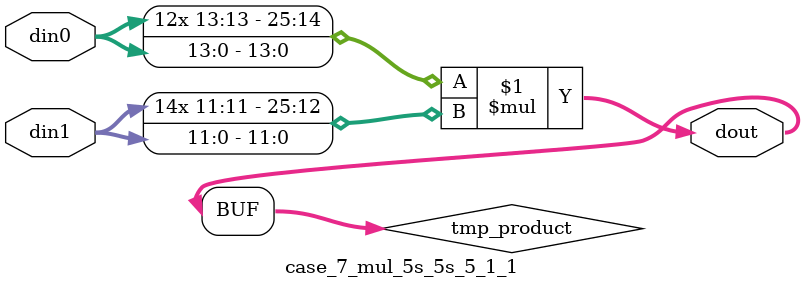
<source format=v>

`timescale 1 ns / 1 ps

 module case_7_mul_5s_5s_5_1_1(din0, din1, dout);
parameter ID = 1;
parameter NUM_STAGE = 0;
parameter din0_WIDTH = 14;
parameter din1_WIDTH = 12;
parameter dout_WIDTH = 26;

input [din0_WIDTH - 1 : 0] din0; 
input [din1_WIDTH - 1 : 0] din1; 
output [dout_WIDTH - 1 : 0] dout;

wire signed [dout_WIDTH - 1 : 0] tmp_product;



























assign tmp_product = $signed(din0) * $signed(din1);








assign dout = tmp_product;





















endmodule

</source>
